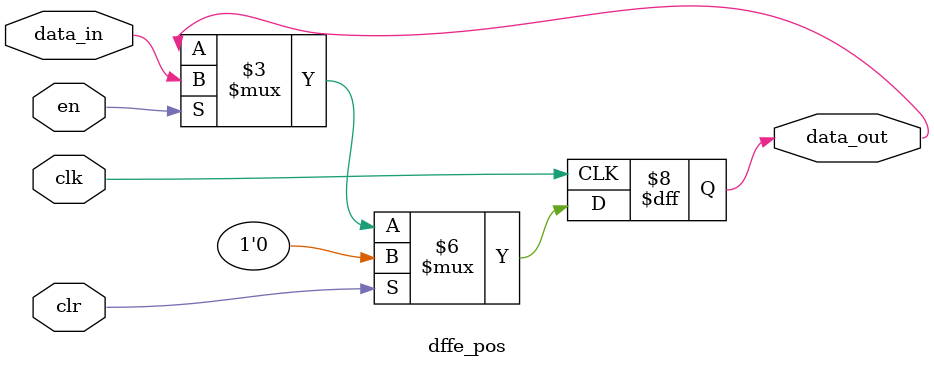
<source format=v>

module dffe_pos(
    // CONTROL SIGNALS
    clk,
    en,
    clr,

    // DFFE I/O
    data_in,
    data_out
);
   
    // CONTROL SIGNALS
    input clk, en, clr;
    wire clr;
   
    // DFFE I/O
    input data_in;
    output data_out;

    reg data_out;

    /*  --- POSEDGE WRITE DFFE IMPLEMENTATION -----------------------------  */
    // Intialize data_out to 0
    initial
    begin
        data_out = 1'b0;
    end

    // Set value of data_out on positive edge of the clock or clear
    always @(posedge clk) begin
        // If clear is high, set data_out to 0
        if (clr) begin
            data_out <= 1'b0;
        // If enable is high, set data_out to the value of data_in
        end else if (en) begin
            data_out <= data_in;
        end
    end

endmodule
</source>
